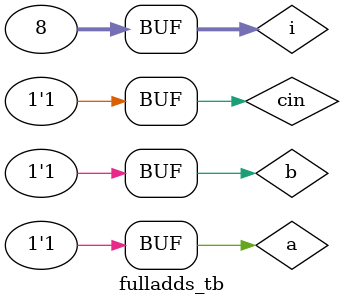
<source format=v>
module fulladds(a,b,cin,sum,cout);
input a,b,cin;
output sum,cout;
wire c1,c2,c3;
xor x1(c1,a,b);
xor x2(sum,c1,cin);
and a1(c2,a,b);
and a2(c3,cin,c1);
or o1(cout,c3,c2);
endmodule


module fulladds_tb;
wire sum,cout;
reg a,b,cin;
fulladds f1(a,b,cin,sum,cout);
integer i;
initial
begin
for(i=0;i<8;i=i+1)
begin
#2 {a,b,cin}=i;
end
end
endmodule

</source>
